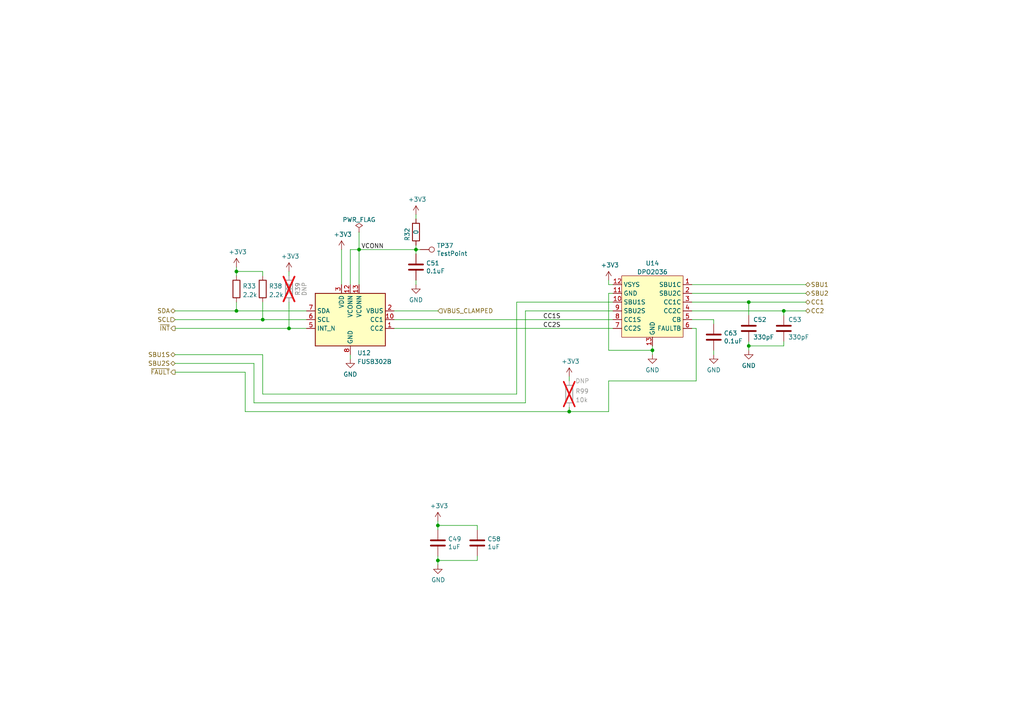
<source format=kicad_sch>
(kicad_sch (version 20231120) (generator "eeschema") (generator_version "8.0")
  (paper "A4")
  (lib_symbols
    (symbol "Connector:TestPoint" (pin_numbers hide) (pin_names (offset 0.762) hide)
      (property "Reference" "TP" (at 0 6.858 0))
      (property "Value" "TestPoint" (at 0 5.08 0))
      (symbol "TestPoint_0_1"
        (circle (center 0 3.302) (radius 0.762))
      )
      (symbol "TestPoint_1_1"
        (pin passive line (at 0 0 90) (length 2.54) (name "1") (number "1"))
      )
    )
    (symbol "Device:C" (pin_numbers hide) (pin_names (offset 0.254))
      (property "Reference" "C" (at 0.635 2.54 0))
      (property "Value" "C" (at 0.635 -2.54 0))
      (symbol "C_0_1"
        (polyline (pts (xy -2.032 -0.762) (xy 2.032 -0.762)) (stroke (width 0.508)))
        (polyline (pts (xy -2.032 0.762) (xy 2.032 0.762)) (stroke (width 0.508)))
      )
      (symbol "C_1_1"
        (pin passive line (at 0 3.81 270) (length 2.794) (name "~") (number "1"))
        (pin passive line (at 0 -3.81 90) (length 2.794) (name "~") (number "2"))
      )
    )
    (symbol "Device:R" (pin_numbers hide) (pin_names (offset 0))
      (property "Reference" "R" (at 2.032 0 90))
      (property "Value" "R" (at 0 0 90))
      (symbol "R_0_1"
        (rectangle (start -1.016 -2.54) (end 1.016 2.54) (stroke (width 0.254)))
      )
      (symbol "R_1_1"
        (pin passive line (at 0 3.81 270) (length 1.27) (name "~") (number "1"))
        (pin passive line (at 0 -3.81 90) (length 1.27) (name "~") (number "2"))
      )
    )
    (symbol "Interface_USB:FUSB302BMPX"
      (property "Reference" "U" (at -10.16 8.89 0))
      (property "Value" "FUSB302BMPX" (at 3.81 8.89 0))
      (symbol "FUSB302BMPX_0_1"
        (rectangle (start -10.16 7.62) (end 10.16 -7.62) (stroke (width 0.254)) (fill (type background)))
      )
      (symbol "FUSB302BMPX_1_1"
        (pin bidirectional line (at 12.7 -2.54 180) (length 2.54) (name "CC2") (number "1"))
        (pin bidirectional line (at 12.7 0 180) (length 2.54) (name "CC1") (number "10"))
        (pin bidirectional line (at 12.7 0 180) (length 2.54) hide (name "CC1") (number "11"))
        (pin power_in line (at 0 10.16 270) (length 2.54) (name "VCONN") (number "12"))
        (pin power_in line (at 2.54 10.16 270) (length 2.54) (name "VCONN") (number "13"))
        (pin bidirectional line (at 12.7 -2.54 180) (length 2.54) hide (name "CC2") (number "14"))
        (pin passive line (at 0 -10.16 90) (length 2.54) hide (name "GND") (number "15"))
        (pin input line (at 12.7 2.54 180) (length 2.54) (name "VBUS") (number "2"))
        (pin power_in line (at -2.54 10.16 270) (length 2.54) (name "VDD") (number "3"))
        (pin passive line (at -2.54 10.16 270) (length 2.54) hide (name "VDD") (number "4"))
        (pin open_collector line (at -12.7 -2.54 0) (length 2.54) (name "INT_N") (number "5"))
        (pin input line (at -12.7 0 0) (length 2.54) (name "SCL") (number "6"))
        (pin bidirectional line (at -12.7 2.54 0) (length 2.54) (name "SDA") (number "7"))
        (pin power_in line (at 0 -10.16 90) (length 2.54) (name "GND") (number "8"))
        (pin passive line (at 0 -10.16 90) (length 2.54) hide (name "GND") (number "9"))
      )
    )
    (symbol "power:+3V3" (power) (pin_names (offset 0))
      (property "Value" "+3V3" (at 0 3.556 0))
      (symbol "+3V3_0_1"
        (polyline (pts (xy -0.762 1.27) (xy 0 2.54)))
        (polyline (pts (xy 0 0) (xy 0 2.54)))
        (polyline (pts (xy 0 2.54) (xy 0.762 1.27)))
      )
      (symbol "+3V3_1_1"
        (pin power_in line (at 0 0 90) (length 0) hide (name "+3V3") (number "1"))
      )
    )
    (symbol "power:GND" (power) (pin_names (offset 0))
      (property "Value" "GND" (at 0 -3.81 0))
      (symbol "GND_0_1"
        (polyline (pts (xy 0 0) (xy 0 -1.27) (xy 1.27 -1.27) (xy 0 -2.54) (xy -1.27 -1.27) (xy 0 -1.27)))
      )
      (symbol "GND_1_1"
        (pin power_in line (at 0 0 270) (length 0) hide (name "GND") (number "1"))
      )
    )
    (symbol "power:PWR_FLAG" (power) (pin_numbers hide) (pin_names (offset 0) hide)
      (property "Value" "PWR_FLAG" (at 0 3.81 0))
      (symbol "PWR_FLAG_0_0"
        (pin power_out line (at 0 0 90) (length 0) (name "pwr") (number "1"))
      )
      (symbol "PWR_FLAG_0_1"
        (polyline (pts (xy 0 0) (xy 0 1.27) (xy -1.016 1.905) (xy 0 2.54) (xy 1.016 1.905) (xy 0 1.27)))
      )
    )
    (symbol "usb:DPO2036"
      (property "Reference" "U" (at 0 12.7 0))
      (property "Value" "DPO2036" (at 0 10.16 0))
      (symbol "DPO2036_0_1"
        (rectangle (start -8.89 8.89) (end 8.89 -8.89) (stroke (width 0.1524)) (fill (type background)))
      )
      (symbol "DPO2036_1_1"
        (pin bidirectional line (at -11.43 6.35 0) (length 2.54) (name "SBU1C") (number "1"))
        (pin bidirectional line (at 11.43 1.27 180) (length 2.54) (name "SBU1S") (number "10"))
        (pin power_in line (at 11.43 3.81 180) (length 2.54) (name "GND") (number "11"))
        (pin power_in line (at 11.43 6.35 180) (length 2.54) (name "VSYS") (number "12"))
        (pin power_in line (at 0 -11.43 90) (length 2.54) (name "GND") (number "13"))
        (pin bidirectional line (at -11.43 3.81 0) (length 2.54) (name "SBU2C") (number "2"))
        (pin bidirectional line (at -11.43 1.27 0) (length 2.54) (name "CC1C") (number "3"))
        (pin bidirectional line (at -11.43 -1.27 0) (length 2.54) (name "CC2C") (number "4"))
        (pin passive line (at -11.43 -3.81 0) (length 2.54) (name "CB") (number "5"))
        (pin open_collector line (at -11.43 -6.35 0) (length 2.54) (name "FAULTB") (number "6"))
        (pin bidirectional line (at 11.43 -6.35 180) (length 2.54) (name "CC2S") (number "7"))
        (pin bidirectional line (at 11.43 -3.81 180) (length 2.54) (name "CC1S") (number "8"))
        (pin bidirectional line (at 11.43 -1.27 180) (length 2.54) (name "SBU2S") (number "9"))
      )
    )
  )
  (junction (at 127 152.4))
  (junction (at 217.17 100.33))
  (junction (at 120.65 72.39))
  (junction (at 76.2 92.71))
  (junction (at 127 162.56))
  (junction (at 217.17 87.63))
  (junction (at 83.82 95.25))
  (junction (at 165.1 119.38))
  (junction (at 68.58 78.74))
  (junction (at 189.23 101.6))
  (junction (at 68.58 90.17))
  (junction (at 104.14 72.39))
  (junction (at 227.33 90.17))
  (wire (pts (xy 217.17 99.06) (xy 217.17 100.33)))
  (wire (pts (xy 76.2 92.71) (xy 88.9 92.71)))
  (wire (pts (xy 99.06 72.39) (xy 99.06 82.55)))
  (wire (pts (xy 127 163.83) (xy 127 162.56)))
  (wire (pts (xy 50.8 105.41) (xy 73.66 105.41)))
  (wire (pts (xy 165.1 110.49) (xy 165.1 109.22)))
  (wire (pts (xy 127 162.56) (xy 138.43 162.56)))
  (wire (pts (xy 127 90.17) (xy 114.3 90.17)))
  (wire (pts (xy 189.23 101.6) (xy 189.23 100.33)))
  (wire (pts (xy 200.66 85.09) (xy 233.68 85.09)))
  (wire (pts (xy 83.82 87.63) (xy 83.82 95.25)))
  (wire (pts (xy 50.8 107.95) (xy 71.12 107.95)))
  (wire (pts (xy 217.17 87.63) (xy 233.68 87.63)))
  (wire (pts (xy 127 152.4) (xy 127 151.13)))
  (wire (pts (xy 152.4 116.84) (xy 73.66 116.84)))
  (wire (pts (xy 50.8 90.17) (xy 68.58 90.17)))
  (wire (pts (xy 138.43 152.4) (xy 138.43 153.67)))
  (wire (pts (xy 68.58 87.63) (xy 68.58 90.17)))
  (wire (pts (xy 176.53 85.09) (xy 176.53 101.6)))
  (wire (pts (xy 200.66 92.71) (xy 207.01 92.71)))
  (wire (pts (xy 176.53 110.49) (xy 176.53 119.38)))
  (wire (pts (xy 189.23 101.6) (xy 189.23 102.87)))
  (wire (pts (xy 68.58 77.47) (xy 68.58 78.74)))
  (wire (pts (xy 217.17 91.44) (xy 217.17 87.63)))
  (wire (pts (xy 101.6 82.55) (xy 101.6 72.39)))
  (wire (pts (xy 149.86 87.63) (xy 177.8 87.63)))
  (wire (pts (xy 200.66 90.17) (xy 227.33 90.17)))
  (wire (pts (xy 217.17 100.33) (xy 217.17 101.6)))
  (wire (pts (xy 149.86 114.3) (xy 149.86 87.63)))
  (wire (pts (xy 207.01 101.6) (xy 207.01 102.87)))
  (wire (pts (xy 200.66 95.25) (xy 201.93 95.25)))
  (wire (pts (xy 68.58 90.17) (xy 88.9 90.17)))
  (wire (pts (xy 101.6 104.14) (xy 101.6 102.87)))
  (wire (pts (xy 50.8 95.25) (xy 83.82 95.25)))
  (wire (pts (xy 177.8 85.09) (xy 176.53 85.09)))
  (wire (pts (xy 127 152.4) (xy 138.43 152.4)))
  (wire (pts (xy 68.58 78.74) (xy 76.2 78.74)))
  (wire (pts (xy 177.8 90.17) (xy 152.4 90.17)))
  (wire (pts (xy 176.53 81.28) (xy 176.53 82.55)))
  (wire (pts (xy 165.1 119.38) (xy 71.12 119.38)))
  (wire (pts (xy 101.6 72.39) (xy 104.14 72.39)))
  (wire (pts (xy 201.93 95.25) (xy 201.93 110.49)))
  (wire (pts (xy 217.17 100.33) (xy 227.33 100.33)))
  (wire (pts (xy 76.2 80.01) (xy 76.2 78.74)))
  (wire (pts (xy 104.14 82.55) (xy 104.14 72.39)))
  (wire (pts (xy 127 161.29) (xy 127 162.56)))
  (wire (pts (xy 152.4 90.17) (xy 152.4 116.84)))
  (wire (pts (xy 68.58 78.74) (xy 68.58 80.01)))
  (wire (pts (xy 227.33 100.33) (xy 227.33 99.06)))
  (wire (pts (xy 138.43 162.56) (xy 138.43 161.29)))
  (wire (pts (xy 200.66 82.55) (xy 233.68 82.55)))
  (wire (pts (xy 120.65 71.12) (xy 120.65 72.39)))
  (wire (pts (xy 227.33 90.17) (xy 233.68 90.17)))
  (wire (pts (xy 127 152.4) (xy 127 153.67)))
  (wire (pts (xy 104.14 72.39) (xy 104.14 67.31)))
  (wire (pts (xy 50.8 92.71) (xy 76.2 92.71)))
  (wire (pts (xy 176.53 82.55) (xy 177.8 82.55)))
  (wire (pts (xy 83.82 95.25) (xy 88.9 95.25)))
  (wire (pts (xy 71.12 119.38) (xy 71.12 107.95)))
  (wire (pts (xy 207.01 92.71) (xy 207.01 93.98)))
  (wire (pts (xy 76.2 114.3) (xy 76.2 102.87)))
  (wire (pts (xy 76.2 87.63) (xy 76.2 92.71)))
  (wire (pts (xy 176.53 110.49) (xy 201.93 110.49)))
  (wire (pts (xy 227.33 91.44) (xy 227.33 90.17)))
  (wire (pts (xy 73.66 116.84) (xy 73.66 105.41)))
  (wire (pts (xy 104.14 72.39) (xy 120.65 72.39)))
  (wire (pts (xy 176.53 119.38) (xy 165.1 119.38)))
  (wire (pts (xy 200.66 87.63) (xy 217.17 87.63)))
  (wire (pts (xy 114.3 95.25) (xy 177.8 95.25)))
  (wire (pts (xy 83.82 78.74) (xy 83.82 80.01)))
  (wire (pts (xy 114.3 92.71) (xy 177.8 92.71)))
  (wire (pts (xy 50.8 102.87) (xy 76.2 102.87)))
  (wire (pts (xy 121.92 72.39) (xy 120.65 72.39)))
  (wire (pts (xy 120.65 81.28) (xy 120.65 82.55)))
  (wire (pts (xy 120.65 72.39) (xy 120.65 73.66)))
  (wire (pts (xy 165.1 119.38) (xy 165.1 118.11)))
  (wire (pts (xy 76.2 114.3) (xy 149.86 114.3)))
  (wire (pts (xy 176.53 101.6) (xy 189.23 101.6)))
  (wire (pts (xy 120.65 63.5) (xy 120.65 62.23)))
  (label "VCONN" (at 104.775 72.39 0))
  (label "CC1S" (at 157.48 92.71 0))
  (label "CC2S" (at 157.48 95.25 0))
  (hierarchical_label "CC1" (shape bidirectional) (at 233.68 87.63 0))
  (hierarchical_label "CC2" (shape bidirectional) (at 233.68 90.17 0))
  (hierarchical_label "~{FAULT}" (shape output) (at 50.8 107.95 180))
  (hierarchical_label "SDA" (shape bidirectional) (at 50.8 90.17 180))
  (hierarchical_label "VBUS_CLAMPED" (shape input) (at 127 90.17 0))
  (hierarchical_label "SBU1" (shape bidirectional) (at 233.68 82.55 0))
  (hierarchical_label "SBU2" (shape bidirectional) (at 233.68 85.09 0))
  (hierarchical_label "SBU1S" (shape bidirectional) (at 50.8 102.87 180))
  (hierarchical_label "SBU2S" (shape bidirectional) (at 50.8 105.41 180))
  (hierarchical_label "~{INT}" (shape output) (at 50.8 95.25 180))
  (hierarchical_label "SCL" (shape input) (at 50.8 92.71 180))
  (symbol (lib_id "Device:C") (at 217.17 95.25 0) (unit 1)
    (property "Reference" "C52" (at 218.44 92.71 0) (effects (justify left)))
    (property "Value" "330pF" (at 218.44 97.79 0) (effects (justify left)))
    (property "Footprint" "Capacitor_SMD:C_0402_1005Metric" (effects (hide yes)))
    (property "Description" "CAP CER 330PF 50V C0G/NP0 0402" (effects (hide yes)))
    (property "Part Number" "CL05C331JB5NNNC" (effects (hide yes)))
    (property "Substitution" "any equivalent" (effects (hide yes)))
    (property "Manufacturer" "Samsung" (effects (hide yes)))
    (property "LCSC#" "C13533" (effects (hide yes)))
    (instances (project "cynthion" (path "" (reference "C52") (unit 1)) (path "" (reference "C54") (unit 1))))
  )
  (symbol (lib_id "power:+3V3") (at 127 151.13 0) (unit 1)
    (property "Reference" "#PWR0167" (effects (hide yes)))
    (property "Value" "+3V3" (at 127.3556 146.7358 0))
    (instances (project "cynthion" (path "" (reference "#PWR0167") (unit 1)) (path "" (reference "#PWR0164") (unit 1))))
  )
  (symbol (lib_id "Interface_USB:FUSB302BMPX") (at 101.6 92.71 0) (unit 1)
    (property "Reference" "U12" (at 103.6194 102.3604 0) (effects (justify left)))
    (property "Value" "FUSB302B" (at 103.6194 104.8973 0) (effects (justify left)))
    (property "Footprint" "Package_DFN_QFN:WQFN-14-1EP_2.5x2.5mm_P0.5mm_EP1.45x1.45mm" (effects (hide yes)))
    (property "Datasheet" "http://www.onsemi.com/pub/Collateral/FUSB302B-D.PDF" (effects (hide yes)))
    (property "Description" "IC USB TYPE C CTLR PROGR 14-MLP" (effects (hide yes)))
    (property "Manufacturer" "onsemi" (effects (hide yes)))
    (property "Part Number" "FUSB302BMPX" (effects (hide yes)))
    (property "Substitution" "FUSB302BVMPX" (effects (hide yes)))
    (property "LCSC#" "C132291" (effects (hide yes)))
    (instances (project "cynthion" (path "" (reference "U12") (unit 1)) (path "" (reference "U2") (unit 1))))
  )
  (symbol (lib_id "power:PWR_FLAG") (at 104.14 67.31 0) (unit 1)
    (property "Reference" "#FLG03" (effects (hide yes)))
    (property "Value" "PWR_FLAG" (at 104.14 63.7342 0))
    (instances (project "cynthion" (path "" (reference "#FLG03") (unit 1)) (path "" (reference "#FLG02") (unit 1))))
  )
  (symbol (lib_id "power:GND") (at 189.23 102.87 0) (mirror y) (unit 1)
    (property "Reference" "#PWR0161" (effects (hide yes)))
    (property "Value" "GND" (at 189.23 107.3134 0))
    (instances (project "cynthion" (path "" (reference "#PWR0161") (unit 1)) (path "" (reference "#PWR0135") (unit 1))))
  )
  (symbol (lib_id "usb:DPO2036") (at 189.23 88.9 0) (mirror y) (unit 1)
    (property "Reference" "U14" (at 189.23 76.361 0))
    (property "Value" "DPO2036" (at 189.23 78.8979 0))
    (property "Footprint" "cynthion:Diodes_UQFN2020-12_Type-B" (effects (hide yes)))
    (property "Datasheet" "https://www.diodes.com/assets/Datasheets/DPO2036.pdf" (effects (hide yes)))
    (property "Description" "DATALINE OVER VOLTAGE PROTECTION" (effects (hide yes)))
    (property "Manufacturer" "Diodes Inc." (effects (hide yes)))
    (property "Part Number" "DPO2036DBB-7" (effects (hide yes)))
    (property "LCSC#" "C3662892" (effects (hide yes)))
    (instances (project "cynthion" (path "" (reference "U14") (unit 1)) (path "" (reference "U13") (unit 1))))
  )
  (symbol (lib_id "power:GND") (at 101.6 104.14 0) (mirror y) (unit 1)
    (property "Reference" "#PWR0165" (effects (hide yes)))
    (property "Value" "GND" (at 101.6 108.5834 0))
    (instances (project "cynthion" (path "" (reference "#PWR0165") (unit 1)) (path "" (reference "#PWR0157") (unit 1))))
  )
  (symbol (lib_id "power:+3V3") (at 68.58 77.47 0) (unit 1)
    (property "Reference" "#PWR095" (effects (hide yes)))
    (property "Value" "+3V3" (at 68.9356 73.0758 0))
    (instances (project "cynthion" (path "" (reference "#PWR095") (unit 1)) (path "" (reference "#PWR020") (unit 1))))
  )
  (symbol (lib_id "Device:R") (at 165.1 114.3 0) (unit 1) (dnp yes)
    (property "Reference" "R99" (at 166.878 113.4653 0) (effects (justify left)))
    (property "Value" "10k" (at 166.878 116.0022 0) (effects (justify left)))
    (property "Footprint" "Resistor_SMD:R_0402_1005Metric" (effects (hide yes)))
    (property "Description" "RES 10K OHM 5% 1/16W 0402" (effects (hide yes)))
    (property "Part Number" "RC0402JR-0710KL" (effects (hide yes)))
    (property "Substitution" "any equivalent" (effects (hide yes)))
    (property "Manufacturer" "Yageo" (effects (hide yes)))
    (property "DNP" "DNP" (at 168.91 110.49 0))
    (instances (project "cynthion" (path "" (reference "R99") (unit 1)) (path "" (reference "R100") (unit 1))))
  )
  (symbol (lib_id "power:+3V3") (at 99.06 72.39 0) (unit 1)
    (property "Reference" "#PWR090" (effects (hide yes)))
    (property "Value" "+3V3" (at 99.4156 67.9958 0))
    (instances (project "cynthion" (path "" (reference "#PWR090") (unit 1)) (path "" (reference "#PWR019") (unit 1))))
  )
  (symbol (lib_id "Connector:TestPoint") (at 121.92 72.39 270) (unit 1) (in_bom no)
    (property "Reference" "TP37" (at 126.6698 71.247 90) (effects (justify left)))
    (property "Value" "TestPoint" (at 126.6698 73.533 90) (effects (justify left)))
    (property "Footprint" "TestPoint:TestPoint_Pad_D1.0mm" (effects (hide yes)))
    (instances (project "cynthion" (path "" (reference "TP37") (unit 1)) (path "" (reference "TP36") (unit 1))))
  )
  (symbol (lib_id "Device:C") (at 120.65 77.47 0) (unit 1)
    (property "Reference" "C51" (at 123.571 76.327 0) (effects (justify left)))
    (property "Value" "0.1uF" (at 123.571 78.613 0) (effects (justify left)))
    (property "Footprint" "Capacitor_SMD:C_0402_1005Metric" (effects (hide yes)))
    (property "Description" "CAP CER 0.1UF 25V X5R 0402" (effects (hide yes)))
    (property "Part Number" "CL05A104KA5NNNC" (effects (hide yes)))
    (property "Substitution" "any equivalent" (effects (hide yes)))
    (property "Manufacturer" "Samsung" (effects (hide yes)))
    (property "LCSC#" "C100072" (effects (hide yes)))
    (instances (project "cynthion" (path "" (reference "C51") (unit 1)) (path "" (reference "C45") (unit 1))))
  )
  (symbol (lib_id "power:GND") (at 207.01 102.87 0) (mirror y) (unit 1)
    (property "Reference" "#PWR0162" (effects (hide yes)))
    (property "Value" "GND" (at 207.01 107.3134 0))
    (instances (project "cynthion" (path "" (reference "#PWR0162") (unit 1)) (path "" (reference "#PWR0155") (unit 1))))
  )
  (symbol (lib_id "Device:R") (at 68.58 83.82 0) (mirror y) (unit 1)
    (property "Reference" "R33" (at 70.358 82.9853 0) (effects (justify right)))
    (property "Value" "2.2k" (at 70.358 85.5222 0) (effects (justify right)))
    (property "Footprint" "Resistor_SMD:R_0402_1005Metric" (effects (hide yes)))
    (property "Description" "RES 2.2K OHM 5% 1/16W 0402" (effects (hide yes)))
    (property "Part Number" "RC0402JR-072K2L" (effects (hide yes)))
    (property "Substitution" "any equivalent" (effects (hide yes)))
    (property "Manufacturer" "Yageo" (effects (hide yes)))
    (property "LCSC#" "C163447" (effects (hide yes)))
    (instances (project "cynthion" (path "" (reference "R33") (unit 1)) (path "" (reference "R97") (unit 1))))
  )
  (symbol (lib_id "power:+3V3") (at 120.65 62.23 0) (unit 1)
    (property "Reference" "#PWR06" (effects (hide yes)))
    (property "Value" "+3V3" (at 121.0056 57.8358 0))
    (instances (project "cynthion" (path "" (reference "#PWR06") (unit 1)) (path "" (reference "#PWR017") (unit 1))))
  )
  (symbol (lib_id "Device:C") (at 138.43 157.48 0) (unit 1)
    (property "Reference" "C58" (at 141.351 156.337 0) (effects (justify left)))
    (property "Value" "1uF" (at 141.351 158.623 0) (effects (justify left)))
    (property "Footprint" "Capacitor_SMD:C_0402_1005Metric" (effects (hide yes)))
    (property "Description" "CAP CER 1UF 6.3V X5R 0402 20%" (effects (hide yes)))
    (property "Part Number" "CL05A105MQ5NNNC" (effects (hide yes)))
    (property "Substitution" "CL05A105KQ5NNNC, CL05A105KP5NNNC, CL05A105KO5NNNC" (effects (hide yes)))
    (property "Manufacturer" "Samsung" (effects (hide yes)))
    (property "LCSC#" "C318573" (effects (hide yes)))
    (instances (project "cynthion" (path "" (reference "C58") (unit 1)) (path "" (reference "C56") (unit 1))))
  )
  (symbol (lib_id "power:+3V3") (at 83.82 78.74 0) (unit 1)
    (property "Reference" "#PWR0124" (effects (hide yes)))
    (property "Value" "+3V3" (at 84.1756 74.3458 0))
    (instances (project "cynthion" (path "" (reference "#PWR0124") (unit 1)) (path "" (reference "#PWR021") (unit 1))))
  )
  (symbol (lib_id "Device:C") (at 207.01 97.79 0) (unit 1)
    (property "Reference" "C63" (at 209.931 96.647 0) (effects (justify left)))
    (property "Value" "0.1uF" (at 209.931 98.933 0) (effects (justify left)))
    (property "Footprint" "Capacitor_SMD:C_0402_1005Metric" (effects (hide yes)))
    (property "Description" "CAP CER 0.1UF 25V X5R 0402" (effects (hide yes)))
    (property "Part Number" "CL05A104KA5NNNC" (effects (hide yes)))
    (property "Substitution" "any equivalent" (effects (hide yes)))
    (property "Manufacturer" "Samsung" (effects (hide yes)))
    (property "LCSC#" "C100072" (effects (hide yes)))
    (instances (project "cynthion" (path "" (reference "C63") (unit 1)) (path "" (reference "C57") (unit 1))))
  )
  (symbol (lib_id "power:GND") (at 127 163.83 0) (unit 1)
    (property "Reference" "#PWR0253" (effects (hide yes)))
    (property "Value" "GND" (at 127.1016 168.1988 0))
    (instances (project "cynthion" (path "" (reference "#PWR0253") (unit 1)) (path "" (reference "#PWR0169") (unit 1))))
  )
  (symbol (lib_id "power:+3V3") (at 176.53 81.28 0) (unit 1)
    (property "Reference" "#PWR0158" (effects (hide yes)))
    (property "Value" "+3V3" (at 176.8856 76.8858 0))
    (instances (project "cynthion" (path "" (reference "#PWR0158") (unit 1)) (path "" (reference "#PWR072") (unit 1))))
  )
  (symbol (lib_id "Device:R") (at 83.82 83.82 0) (unit 1) (dnp yes)
    (property "Reference" "R39" (at 86.36 83.82 90))
    (property "Value" "10k" (at 83.82 83.82 90))
    (property "Footprint" "Resistor_SMD:R_0402_1005Metric" (effects (hide yes)))
    (property "Description" "RES 10K OHM 5% 1/16W 0402" (effects (hide yes)))
    (property "Part Number" "RC0402JR-0710KL" (effects (hide yes)))
    (property "Substitution" "any equivalent" (effects (hide yes)))
    (property "Manufacturer" "Yageo" (effects (hide yes)))
    (property "DNP" "DNP" (at 88.265 83.82 90))
    (instances (project "cynthion" (path "" (reference "R39") (unit 1)) (path "" (reference "R37") (unit 1))))
  )
  (symbol (lib_id "power:GND") (at 120.65 82.55 0) (mirror y) (unit 1)
    (property "Reference" "#PWR0159" (effects (hide yes)))
    (property "Value" "GND" (at 120.65 86.9934 0))
    (instances (project "cynthion" (path "" (reference "#PWR0159") (unit 1)) (path "" (reference "#PWR073") (unit 1))))
  )
  (symbol (lib_id "power:+3V3") (at 165.1 109.22 0) (unit 1)
    (property "Reference" "#PWR0166" (effects (hide yes)))
    (property "Value" "+3V3" (at 165.4556 104.8258 0))
    (instances (project "cynthion" (path "" (reference "#PWR0166") (unit 1)) (path "" (reference "#PWR0163") (unit 1))))
  )
  (symbol (lib_id "Device:R") (at 120.65 67.31 180) (unit 1)
    (property "Reference" "R32" (at 118.11 66.04 90) (effects (justify left)))
    (property "Value" "0" (at 120.65 67.31 90))
    (property "Footprint" "Resistor_SMD:R_0402_1005Metric" (effects (hide yes)))
    (property "Description" "RES 0 OHM JUMPER 1/16W 0402" (effects (hide yes)))
    (property "Part Number" "RC0402FR-070RL" (effects (hide yes)))
    (property "Substitution" "any equivalent" (effects (hide yes)))
    (property "Manufacturer" "Yageo" (effects (hide yes)))
    (property "LCSC#" "C106231" (effects (hide yes)))
    (instances (project "cynthion" (path "" (reference "R32") (unit 1)) (path "" (reference "R36") (unit 1))))
  )
  (symbol (lib_id "Device:R") (at 76.2 83.82 0) (mirror y) (unit 1)
    (property "Reference" "R38" (at 77.978 82.9853 0) (effects (justify right)))
    (property "Value" "2.2k" (at 77.978 85.5222 0) (effects (justify right)))
    (property "Footprint" "Resistor_SMD:R_0402_1005Metric" (effects (hide yes)))
    (property "Description" "RES 2.2K OHM 5% 1/16W 0402" (effects (hide yes)))
    (property "Part Number" "RC0402JR-072K2L" (effects (hide yes)))
    (property "Substitution" "any equivalent" (effects (hide yes)))
    (property "Manufacturer" "Yageo" (effects (hide yes)))
    (property "LCSC#" "C163447" (effects (hide yes)))
    (instances (project "cynthion" (path "" (reference "R38") (unit 1)) (path "" (reference "R98") (unit 1))))
  )
  (symbol (lib_id "Device:C") (at 127 157.48 0) (unit 1)
    (property "Reference" "C49" (at 129.921 156.337 0) (effects (justify left)))
    (property "Value" "1uF" (at 129.921 158.623 0) (effects (justify left)))
    (property "Footprint" "Capacitor_SMD:C_0402_1005Metric" (effects (hide yes)))
    (property "Description" "CAP CER 1UF 6.3V X5R 0402 20%" (effects (hide yes)))
    (property "Part Number" "CL05A105MQ5NNNC" (effects (hide yes)))
    (property "Substitution" "CL05A105KQ5NNNC, CL05A105KP5NNNC, CL05A105KO5NNNC" (effects (hide yes)))
    (property "Manufacturer" "Samsung" (effects (hide yes)))
    (property "LCSC#" "C318573" (effects (hide yes)))
    (instances (project "cynthion" (path "" (reference "C49") (unit 1)) (path "" (reference "C41") (unit 1))))
  )
  (symbol (lib_id "power:GND") (at 217.17 101.6 0) (mirror y) (unit 1)
    (property "Reference" "#PWR0160" (effects (hide yes)))
    (property "Value" "GND" (at 217.17 106.0434 0))
    (instances (project "cynthion" (path "" (reference "#PWR0160") (unit 1)) (path "" (reference "#PWR084") (unit 1))))
  )
  (symbol (lib_id "Device:C") (at 227.33 95.25 0) (unit 1)
    (property "Reference" "C53" (at 228.6 92.71 0) (effects (justify left)))
    (property "Value" "330pF" (at 228.6 97.79 0) (effects (justify left)))
    (property "Footprint" "Capacitor_SMD:C_0402_1005Metric" (effects (hide yes)))
    (property "Description" "CAP CER 330PF 50V C0G/NP0 0402" (effects (hide yes)))
    (property "Part Number" "CL05C331JB5NNNC" (effects (hide yes)))
    (property "Substitution" "any equivalent" (effects (hide yes)))
    (property "Manufacturer" "Samsung" (effects (hide yes)))
    (property "LCSC#" "C13533" (effects (hide yes)))
    (instances (project "cynthion" (path "" (reference "C53") (unit 1)) (path "" (reference "C55") (unit 1))))
  )
)
</source>
